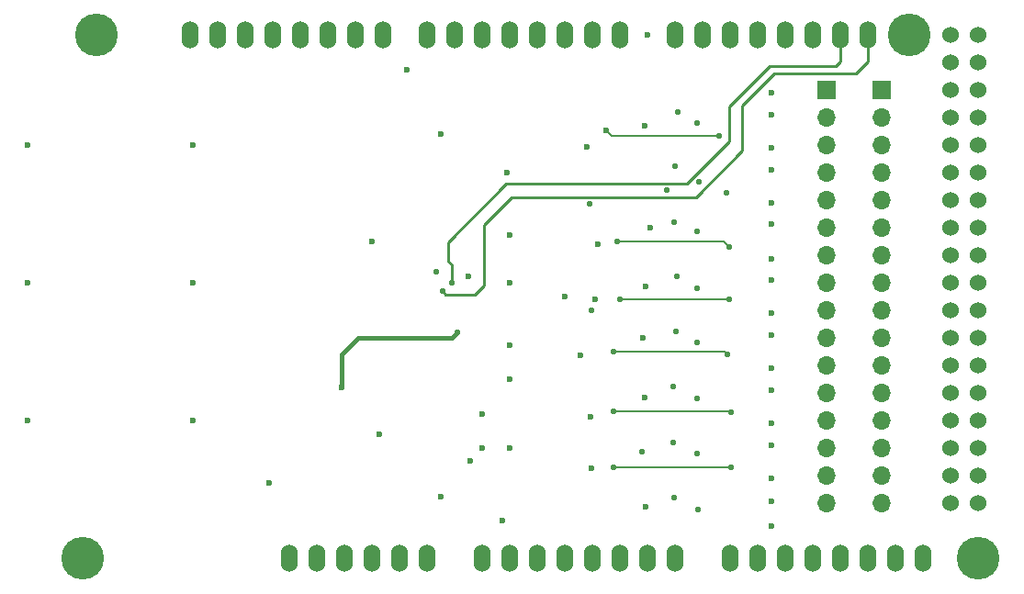
<source format=gbr>
G04 #@! TF.FileFunction,Copper,L3,Inr,Signal*
%FSLAX46Y46*%
G04 Gerber Fmt 4.6, Leading zero omitted, Abs format (unit mm)*
G04 Created by KiCad (PCBNEW 4.0.5) date Thursday, 11 May 2017 'PMt' 15:34:45*
%MOMM*%
%LPD*%
G01*
G04 APERTURE LIST*
%ADD10C,0.100000*%
%ADD11R,1.700000X1.700000*%
%ADD12O,1.700000X1.700000*%
%ADD13C,0.600000*%
%ADD14O,1.524000X2.540000*%
%ADD15C,3.937000*%
%ADD16C,1.524000*%
%ADD17C,0.550000*%
%ADD18C,0.250000*%
%ADD19C,0.400000*%
%ADD20C,0.200000*%
G04 APERTURE END LIST*
D10*
D11*
X180340000Y-83820000D03*
D12*
X180340000Y-86360000D03*
X180340000Y-88900000D03*
X180340000Y-91440000D03*
X180340000Y-93980000D03*
X180340000Y-96520000D03*
X180340000Y-99060000D03*
X180340000Y-101600000D03*
X180340000Y-104140000D03*
X180340000Y-106680000D03*
X180340000Y-109220000D03*
X180340000Y-111760000D03*
X180340000Y-114300000D03*
X180340000Y-116840000D03*
X180340000Y-119380000D03*
X180340000Y-121920000D03*
D11*
X175260000Y-83820000D03*
D12*
X175260000Y-86360000D03*
X175260000Y-88900000D03*
X175260000Y-91440000D03*
X175260000Y-93980000D03*
X175260000Y-96520000D03*
X175260000Y-99060000D03*
X175260000Y-101600000D03*
X175260000Y-104140000D03*
X175260000Y-106680000D03*
X175260000Y-109220000D03*
X175260000Y-111760000D03*
X175260000Y-114300000D03*
X175260000Y-116840000D03*
X175260000Y-119380000D03*
X175260000Y-121920000D03*
D13*
X101600000Y-101600000D03*
X116840000Y-101600000D03*
X101600000Y-88900000D03*
X116840000Y-88900000D03*
X101600000Y-114300000D03*
X116840000Y-114300000D03*
X158750000Y-78740000D03*
X123825000Y-120015000D03*
X139700000Y-121285000D03*
X136525000Y-81915000D03*
X142240000Y-100965000D03*
X133350000Y-97790000D03*
X133985000Y-115570000D03*
D14*
X161285000Y-78750000D03*
X163825000Y-78750000D03*
X166365000Y-78750000D03*
X168905000Y-78750000D03*
X171445000Y-78750000D03*
X173985000Y-78750000D03*
X176525000Y-78750000D03*
X179065000Y-78750000D03*
X184145000Y-127010000D03*
X181605000Y-127010000D03*
X179065000Y-127010000D03*
X176525000Y-127010000D03*
X166365000Y-127010000D03*
X161285000Y-127010000D03*
X158745000Y-127010000D03*
X168905000Y-127010000D03*
X171445000Y-127010000D03*
X173985000Y-127010000D03*
X156205000Y-127010000D03*
X153665000Y-127010000D03*
X151125000Y-127010000D03*
X143505000Y-127010000D03*
X146045000Y-127010000D03*
X148585000Y-127010000D03*
X138425000Y-127010000D03*
X135885000Y-127010000D03*
X133345000Y-127010000D03*
X128265000Y-127010000D03*
X125725000Y-127010000D03*
X156205000Y-78750000D03*
X153665000Y-78750000D03*
X151125000Y-78750000D03*
X148585000Y-78750000D03*
X146045000Y-78750000D03*
X143505000Y-78750000D03*
X140965000Y-78750000D03*
X138425000Y-78750000D03*
X134361000Y-78750000D03*
X131821000Y-78750000D03*
X129281000Y-78750000D03*
X126741000Y-78750000D03*
X124201000Y-78750000D03*
X121661000Y-78750000D03*
X119121000Y-78750000D03*
X116581000Y-78750000D03*
X130805000Y-127010000D03*
D15*
X189225000Y-127010000D03*
X182875000Y-78750000D03*
X107945000Y-78750000D03*
X106675000Y-127010000D03*
D16*
X186685000Y-81290000D03*
X189225000Y-81290000D03*
X186685000Y-83830000D03*
X189225000Y-83830000D03*
X186685000Y-86370000D03*
X189225000Y-86370000D03*
X186685000Y-88910000D03*
X189225000Y-88910000D03*
X186685000Y-78750000D03*
X189225000Y-78750000D03*
X189225000Y-91450000D03*
X186685000Y-91450000D03*
X186685000Y-93990000D03*
X189225000Y-93990000D03*
X186685000Y-96530000D03*
X189225000Y-96530000D03*
X186685000Y-99070000D03*
X189225000Y-99070000D03*
X186685000Y-101610000D03*
X189225000Y-101610000D03*
X186685000Y-104150000D03*
X189225000Y-104150000D03*
X186685000Y-106690000D03*
X189225000Y-106690000D03*
X186685000Y-109230000D03*
X189225000Y-109230000D03*
X186685000Y-111770000D03*
X189225000Y-111770000D03*
X186685000Y-114310000D03*
X189225000Y-114310000D03*
X186685000Y-116850000D03*
X189225000Y-116850000D03*
X186685000Y-119390000D03*
X189225000Y-119390000D03*
X186685000Y-121930000D03*
X189225000Y-121930000D03*
D17*
X139280900Y-100596700D03*
X139827000Y-102362000D03*
X140716000Y-101600000D03*
D13*
X130556000Y-111252000D03*
D17*
X141224000Y-106172000D03*
D13*
X139700000Y-87884000D03*
X153924000Y-103124000D03*
X145796000Y-91440000D03*
X151130000Y-102870000D03*
X146050000Y-97155000D03*
X146050000Y-101600000D03*
X146050000Y-107315000D03*
X143510000Y-113665000D03*
X146050000Y-110490000D03*
X146050000Y-116840000D03*
X143510000Y-116840000D03*
D17*
X160528000Y-93062900D03*
X166478624Y-118636376D03*
X155575000Y-118618000D03*
X166478624Y-113556376D03*
X155575000Y-113411000D03*
X166116000Y-108204000D03*
X155575000Y-107950000D03*
X166243000Y-103124000D03*
X156210000Y-103124000D03*
X166243000Y-98298000D03*
X155946000Y-97790000D03*
X166008145Y-93299300D03*
D13*
X154940000Y-87503000D03*
D17*
X165354000Y-88011000D03*
D13*
X170200000Y-121700000D03*
X170200000Y-119650000D03*
X170200000Y-86100000D03*
X170200000Y-91150000D03*
X170200000Y-89150000D03*
X170200000Y-96200000D03*
X170200000Y-94200000D03*
X170200000Y-99350000D03*
X170200000Y-101300000D03*
X170200000Y-106400000D03*
X170200000Y-104400000D03*
X170200000Y-111450000D03*
X170200000Y-109450000D03*
X170200000Y-114550000D03*
X170200000Y-116550000D03*
X170200000Y-84050000D03*
X170200000Y-124050000D03*
X145350000Y-123550000D03*
X142400000Y-118000000D03*
D17*
X153543000Y-104140000D03*
D13*
X158496000Y-87122000D03*
X153162000Y-89027000D03*
D17*
X153416000Y-94312900D03*
D13*
X159004000Y-96520000D03*
X154152600Y-98044000D03*
X158572200Y-101892100D03*
X158343600Y-106667300D03*
X152539700Y-108280200D03*
X158457900Y-112179100D03*
X153530300Y-113982500D03*
D17*
X158252000Y-117182900D03*
D13*
X153619200Y-118643400D03*
X158597600Y-122199400D03*
D17*
X161544000Y-85831000D03*
X161250000Y-90800000D03*
X161200000Y-96000000D03*
X161450000Y-100955000D03*
X161400000Y-106035000D03*
X161100000Y-111150000D03*
X161150000Y-116350000D03*
X161200000Y-121400000D03*
X163365400Y-122534900D03*
X163340000Y-117366000D03*
X163340000Y-112222500D03*
X163340000Y-107117100D03*
X163340000Y-102100600D03*
X163340000Y-96880900D03*
X163478192Y-92231192D03*
X163340000Y-86847900D03*
D18*
X139827000Y-102362000D02*
X140126999Y-102661999D01*
X140126999Y-102661999D02*
X142854401Y-102661999D01*
X142854401Y-102661999D02*
X143649700Y-101866700D01*
X177990500Y-82296000D02*
X179070000Y-81216500D01*
X179070000Y-81216500D02*
X179070000Y-78740000D01*
X170446700Y-82296000D02*
X177990500Y-82296000D01*
X167500300Y-85242400D02*
X170446700Y-82296000D01*
X167500300Y-89408000D02*
X167500300Y-85242400D01*
X163220400Y-93687900D02*
X167500300Y-89408000D01*
X146240500Y-93687900D02*
X163220400Y-93687900D01*
X143649700Y-96278700D02*
X146240500Y-93687900D01*
X143649700Y-101866700D02*
X143649700Y-96278700D01*
X140716000Y-99949000D02*
X140335000Y-99568000D01*
X140335000Y-99568000D02*
X140335000Y-97826002D01*
X140716000Y-101600000D02*
X140716000Y-99949000D01*
X176530000Y-78740000D02*
X176530000Y-81153000D01*
X176530000Y-81153000D02*
X176072800Y-81610200D01*
X176072800Y-81610200D02*
X169976800Y-81610200D01*
X145730402Y-92430600D02*
X140335000Y-97826002D01*
X169976800Y-81610200D02*
X166293800Y-85293200D01*
X166293800Y-85293200D02*
X166293800Y-88531700D01*
X166293800Y-88531700D02*
X162394900Y-92430600D01*
X162394900Y-92430600D02*
X145730402Y-92430600D01*
D19*
X132080000Y-106680000D02*
X130556000Y-108204000D01*
X130556000Y-108204000D02*
X130556000Y-111252000D01*
X140716000Y-106680000D02*
X132080000Y-106680000D01*
X141224000Y-106172000D02*
X140716000Y-106680000D01*
D20*
X154940000Y-87503000D02*
X155448000Y-88011000D01*
X155448000Y-88011000D02*
X165354000Y-88011000D01*
X155575000Y-118618000D02*
X166478624Y-118636376D01*
X166497000Y-118618000D02*
X166478624Y-118636376D01*
X166370000Y-113411000D02*
X166478624Y-113519624D01*
X166478624Y-113519624D02*
X166478624Y-113556376D01*
X155575000Y-113411000D02*
X166370000Y-113411000D01*
X165862000Y-107950000D02*
X166116000Y-108204000D01*
X155575000Y-107950000D02*
X165862000Y-107950000D01*
X156210000Y-103124000D02*
X166243000Y-103124000D01*
X155946000Y-97790000D02*
X165735000Y-97790000D01*
X165735000Y-97790000D02*
X166243000Y-98298000D01*
M02*

</source>
